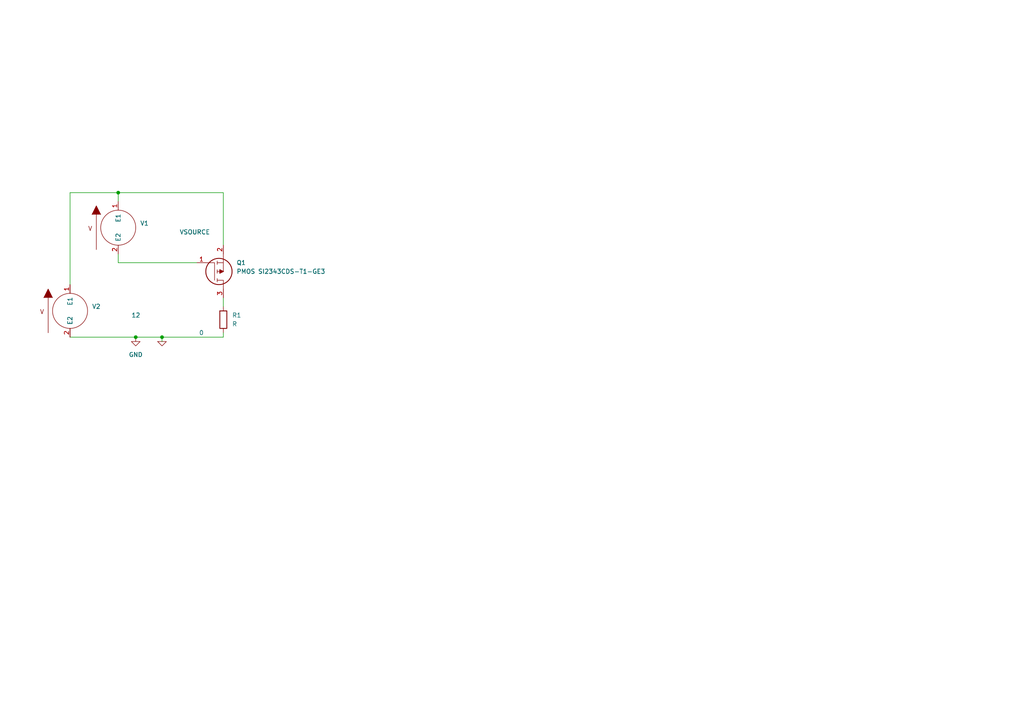
<source format=kicad_sch>
(kicad_sch (version 20211123) (generator eeschema)
  (paper "A4")
  (lib_symbols
    (symbol "Device:R" (pin_numbers hide) (pin_names (offset 0))
      (property "Reference" "R" (at 2.032 0 90))
      (property "Value" "R" (at 0 0 90))
      (symbol "R_0_1"
        (rectangle (start -1.016 -2.54) (end 1.016 2.54) (stroke (width 0.254)))
      )
      (symbol "R_1_1"
        (pin passive line (at 0 3.81 270) (length 1.27) (name "~") (number "1"))
        (pin passive line (at 0 -3.81 90) (length 1.27) (name "~") (number "2"))
      )
    )
    (symbol "EPSA_lib:PMOS SI2343CDS-T1-GE3" (pin_names (offset 0.762))
      (property "Reference" "Q" (at 11.43 3.81 0))
      (property "Value" "PMOS SI2343CDS-T1-GE3" (at 11.43 1.27 0))
      (property "Spice_Lib_File" "${EPSA}\\SpiceModel\\PMOS_si2343cds_ps Rev B.lib" (at 11.43 8.89 0))
      (symbol "PMOS SI2343CDS-T1-GE3_0_0"
        (pin passive line (at 0 0 0) (length 2.54) (name "~") (number "1"))
        (pin passive line (at 7.62 -5.08 90) (length 2.54) (name "~") (number "2"))
        (pin passive line (at 7.62 10.16 270) (length 2.54) (name "~") (number "3"))
      )
      (symbol "PMOS SI2343CDS-T1-GE3_0_1"
        (polyline (pts (xy 5.842 -0.508) (xy 5.842 0.508)) (stroke (width 0.1524)))
        (polyline (pts (xy 5.842 0) (xy 7.62 0)) (stroke (width 0.1524)))
        (polyline (pts (xy 5.842 2.032) (xy 5.842 3.048)) (stroke (width 0.1524)))
        (polyline (pts (xy 5.842 5.588) (xy 5.842 4.572)) (stroke (width 0.1524)))
        (polyline (pts (xy 7.62 2.54) (xy 5.842 2.54)) (stroke (width 0.1524)))
        (polyline (pts (xy 7.62 2.54) (xy 7.62 -2.54)) (stroke (width 0.1524)))
        (polyline (pts (xy 7.62 5.08) (xy 5.842 5.08)) (stroke (width 0.1524)))
        (polyline (pts (xy 7.62 5.08) (xy 7.62 7.62)) (stroke (width 0.1524)))
        (polyline (pts (xy 2.54 0) (xy 5.08 0) (xy 5.08 5.08)) (stroke (width 0.1524)))
        (polyline (pts (xy 7.62 2.54) (xy 6.604 3.048) (xy 6.604 2.032) (xy 7.62 2.54)) (stroke (width 0.254)) (fill (type outline)))
        (circle (center 6.35 2.54) (radius 3.81) (stroke (width 0.254)))
      )
    )
    (symbol "power:GND" (power) (pin_names (offset 0))
      (property "Value" "GND" (at 0 -3.81 0))
      (symbol "GND_0_1"
        (polyline (pts (xy 0 0) (xy 0 -1.27) (xy 1.27 -1.27) (xy 0 -2.54) (xy -1.27 -1.27) (xy 0 -1.27)))
      )
      (symbol "GND_1_1"
        (pin power_in line (at 0 0 270) (length 0) hide (name "GND") (number "1"))
      )
    )
    (symbol "pspice:0" (power) (pin_names (offset 0))
      (property "Value" "0" (at 0 -1.778 0))
      (symbol "0_0_1"
        (polyline (pts (xy -1.27 0) (xy 0 -1.27) (xy 1.27 0) (xy -1.27 0)))
      )
      (symbol "0_1_1"
        (pin power_in line (at 0 0 0) (length 0) hide (name "0") (number "1"))
      )
    )
    (symbol "pspice:VSOURCE" (pin_names (offset 1.016))
      (property "Reference" "V" (at -6.35 7.62 0))
      (property "Value" "VSOURCE" (at 0 0 0))
      (symbol "VSOURCE_0_1"
        (polyline (pts (xy -6.35 -6.35) (xy -6.35 3.81)) (fill (type outline)))
        (polyline (pts (xy -7.62 3.81) (xy -6.35 6.35) (xy -5.08 3.81)) (fill (type outline)))
        (circle (center 0 0) (radius 5.08))
        (text "V" (at -8.128 -0.254 0) (effects (font (size 1.27 1.27))))
      )
      (symbol "VSOURCE_1_1"
        (pin input line (at 0 7.62 270) (length 2.54) (name "E1") (number "1"))
        (pin input line (at 0 -7.62 90) (length 2.54) (name "E2") (number "2"))
      )
    )
  )
  (junction (at 46.99 97.79))
  (junction (at 34.29 55.88))
  (junction (at 39.37 97.79))
  (wire (pts (xy 34.29 73.66) (xy 34.29 76.2)))
  (wire (pts (xy 46.99 97.79) (xy 46.99 99.06)))
  (wire (pts (xy 34.29 55.88) (xy 64.77 55.88)))
  (wire (pts (xy 20.32 97.79) (xy 39.37 97.79)))
  (wire (pts (xy 46.99 97.79) (xy 64.77 97.79)))
  (wire (pts (xy 34.29 55.88) (xy 34.29 58.42)))
  (wire (pts (xy 64.77 55.88) (xy 64.77 71.12)))
  (wire (pts (xy 64.77 86.36) (xy 64.77 88.9)))
  (wire (pts (xy 39.37 97.79) (xy 46.99 97.79)))
  (wire (pts (xy 20.32 55.88) (xy 34.29 55.88)))
  (wire (pts (xy 20.32 82.55) (xy 20.32 55.88)))
  (wire (pts (xy 64.77 97.79) (xy 64.77 96.52)))
  (wire (pts (xy 34.29 76.2) (xy 57.15 76.2)))
  (symbol (lib_id "EPSA_lib:PMOS SI2343CDS-T1-GE3") (at 57.15 76.2 0) (mirror x) (unit 1)
    (property "Reference" "Q1" (at 68.58 76.1999 0) (effects (justify left)))
    (property "Value" "PMOS SI2343CDS-T1-GE3" (at 68.58 78.7399 0) (effects (justify left)))
    (property "Footprint" "SOT95P237X112-3N" (effects hide))
    (property "Datasheet" "https://datasheet.datasheetarchive.com/originals/distributors/Datasheets-DGA23/1582493.pdf" (effects hide))
    (property "Description" "Trans MOSFET P-CH 30V 4.2A 3-Pin Vishay SI2343CDS-T1-GE3 P-channel MOSFET Transistor, 4.7 A, -30 V, 3-Pin TO-236" (effects hide))
    (property "Height" "1.12" (effects hide))
    (property "Manufacturer_Name" "Vishay" (effects hide))
    (property "Manufacturer_Part_Number" "SI2343CDS-T1-GE3" (effects hide))
    (property "Mouser Part Number" "781-SI2343CDS-T1-GE3" (effects hide))
    (property "Mouser Price/Stock" "https://www.mouser.co.uk/ProductDetail/Vishay-Semiconductors/SI2343CDS-T1-GE3?qs=WX95TUc1y56rXCTRPp%252BkZQ%3D%3D" (effects hide))
    (property "Arrow Part Number" "SI2343CDS-T1-GE3" (effects hide))
    (property "Arrow Price/Stock" "https://www.arrow.com/en/products/si2343cds-t1-ge3/vishay" (effects hide))
    (property "Spice_Primitive" "X" (effects hide))
    (property "Spice_Model" "Si2343CDS" (effects hide))
    (property "Spice_Netlist_Enabled" "Y" (effects hide))
    (property "Spice_Node_Sequence" "3,1,2" (effects hide))
    (property "Spice_Lib_File" "${EPSA}\\SpiceModel\\PMOS_si2343cds_ps Rev B.lib" (at 68.58 81.2799 0) (effects (justify left)))
  )
  (symbol (lib_id "pspice:VSOURCE") (at 20.32 90.17 0) (unit 1)
    (property "Reference" "V2" (at 26.67 88.8999 0) (effects (justify left)))
    (property "Value" "VSOURCE" (at 38.1 91.4399 0) (effects (justify left)))
    (property "Spice_Primitive" "V" (effects hide))
    (property "Spice_Model" "dc 12" (effects hide))
    (property "Spice_Netlist_Enabled" "Y" (effects hide))
  )
  (symbol (lib_id "pspice:0") (at 46.99 99.06 0) (unit 1)
    (property "Reference" "#GND01" (effects hide))
    (property "Value" "0" (at 58.42 96.52 0))
  )
  (symbol (lib_id "pspice:VSOURCE") (at 34.29 66.04 0) (unit 1)
    (property "Reference" "V1" (at 40.64 64.7699 0) (effects (justify left)))
    (property "Value" "VSOURCE" (at 52.07 67.3099 0) (effects (justify left)))
    (property "Spice_Primitive" "V" (effects hide))
    (property "Spice_Model" "dc 5 pulse(0 5 2 100m 100m 2 4)" (effects hide))
    (property "Spice_Netlist_Enabled" "Y" (effects hide))
  )
  (symbol (lib_id "Device:R") (at 64.77 92.71 0) (unit 1)
    (property "Reference" "R1" (at 67.31 91.4399 0) (effects (justify left)))
    (property "Value" "R" (at 67.31 93.9799 0) (effects (justify left)))
    (property "Spice_Primitive" "R" (effects hide))
    (property "Spice_Model" "2k" (effects hide))
    (property "Spice_Netlist_Enabled" "Y" (effects hide))
  )
  (symbol (lib_id "power:GND") (at 39.37 97.79 0) (unit 1)
    (property "Reference" "#PWR01" (effects hide))
    (property "Value" "GND" (at 39.37 102.87 0))
  )
)
</source>
